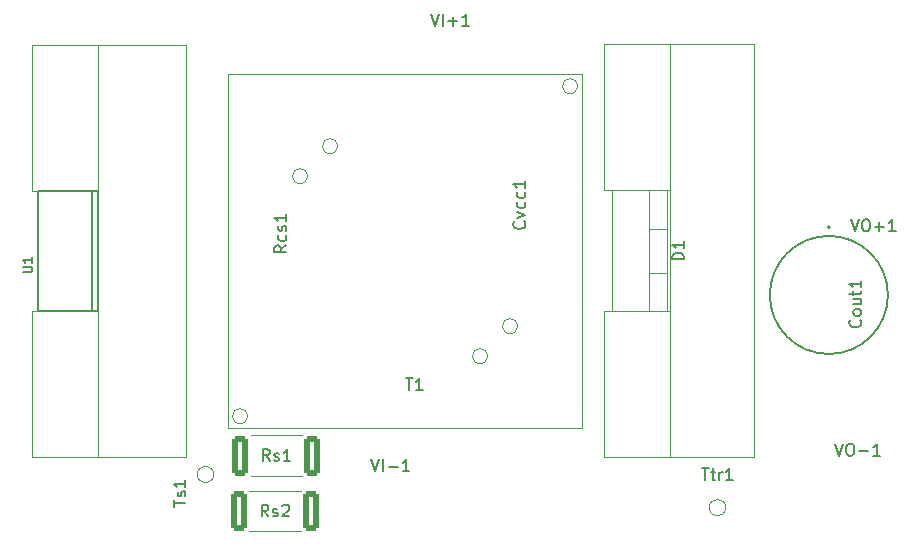
<source format=gto>
G04 #@! TF.GenerationSoftware,KiCad,Pcbnew,(6.0.11)*
G04 #@! TF.CreationDate,2023-06-14T07:53:09+03:00*
G04 #@! TF.ProjectId,flyback_48V_48W,666c7962-6163-46b5-9f34-38565f343857,rev?*
G04 #@! TF.SameCoordinates,Original*
G04 #@! TF.FileFunction,Legend,Top*
G04 #@! TF.FilePolarity,Positive*
%FSLAX46Y46*%
G04 Gerber Fmt 4.6, Leading zero omitted, Abs format (unit mm)*
G04 Created by KiCad (PCBNEW (6.0.11)) date 2023-06-14 07:53:09*
%MOMM*%
%LPD*%
G01*
G04 APERTURE LIST*
G04 Aperture macros list*
%AMRoundRect*
0 Rectangle with rounded corners*
0 $1 Rounding radius*
0 $2 $3 $4 $5 $6 $7 $8 $9 X,Y pos of 4 corners*
0 Add a 4 corners polygon primitive as box body*
4,1,4,$2,$3,$4,$5,$6,$7,$8,$9,$2,$3,0*
0 Add four circle primitives for the rounded corners*
1,1,$1+$1,$2,$3*
1,1,$1+$1,$4,$5*
1,1,$1+$1,$6,$7*
1,1,$1+$1,$8,$9*
0 Add four rect primitives between the rounded corners*
20,1,$1+$1,$2,$3,$4,$5,0*
20,1,$1+$1,$4,$5,$6,$7,0*
20,1,$1+$1,$6,$7,$8,$9,0*
20,1,$1+$1,$8,$9,$2,$3,0*%
G04 Aperture macros list end*
%ADD10C,0.150000*%
%ADD11C,0.127000*%
%ADD12C,0.120000*%
%ADD13C,0.200000*%
%ADD14C,3.800000*%
%ADD15O,3.048000X1.524000*%
%ADD16RoundRect,0.249999X-0.450001X-1.425001X0.450001X-1.425001X0.450001X1.425001X-0.450001X1.425001X0*%
%ADD17R,2.000000X2.000000*%
%ADD18O,2.000000X2.000000*%
%ADD19R,1.200000X1.200000*%
%ADD20C,1.200000*%
%ADD21C,1.524000*%
%ADD22C,1.000000*%
G04 APERTURE END LIST*
D10*
X131429333Y-76922380D02*
X131762666Y-77922380D01*
X132096000Y-76922380D01*
X132429333Y-77922380D02*
X132429333Y-76922380D01*
X132905523Y-77541428D02*
X133667428Y-77541428D01*
X134667428Y-77922380D02*
X134096000Y-77922380D01*
X134381714Y-77922380D02*
X134381714Y-76922380D01*
X134286476Y-77065238D01*
X134191238Y-77160476D01*
X134096000Y-77208095D01*
X101930803Y-61051925D02*
X102568224Y-61051925D01*
X102643215Y-61014430D01*
X102680710Y-60976934D01*
X102718205Y-60901944D01*
X102718205Y-60751962D01*
X102680710Y-60676972D01*
X102643215Y-60639476D01*
X102568224Y-60601981D01*
X101930803Y-60601981D01*
X102718205Y-59814579D02*
X102718205Y-60264523D01*
X102718205Y-60039551D02*
X101930803Y-60039551D01*
X102043289Y-60114542D01*
X102118280Y-60189532D01*
X102155775Y-60264523D01*
X172037619Y-56602380D02*
X172370952Y-57602380D01*
X172704285Y-56602380D01*
X173228095Y-56602380D02*
X173418571Y-56602380D01*
X173513809Y-56650000D01*
X173609047Y-56745238D01*
X173656666Y-56935714D01*
X173656666Y-57269047D01*
X173609047Y-57459523D01*
X173513809Y-57554761D01*
X173418571Y-57602380D01*
X173228095Y-57602380D01*
X173132857Y-57554761D01*
X173037619Y-57459523D01*
X172990000Y-57269047D01*
X172990000Y-56935714D01*
X173037619Y-56745238D01*
X173132857Y-56650000D01*
X173228095Y-56602380D01*
X174085238Y-57221428D02*
X174847142Y-57221428D01*
X174466190Y-57602380D02*
X174466190Y-56840476D01*
X175847142Y-57602380D02*
X175275714Y-57602380D01*
X175561428Y-57602380D02*
X175561428Y-56602380D01*
X175466190Y-56745238D01*
X175370952Y-56840476D01*
X175275714Y-56888095D01*
X122828571Y-77052380D02*
X122495238Y-76576190D01*
X122257142Y-77052380D02*
X122257142Y-76052380D01*
X122638095Y-76052380D01*
X122733333Y-76100000D01*
X122780952Y-76147619D01*
X122828571Y-76242857D01*
X122828571Y-76385714D01*
X122780952Y-76480952D01*
X122733333Y-76528571D01*
X122638095Y-76576190D01*
X122257142Y-76576190D01*
X123209523Y-77004761D02*
X123304761Y-77052380D01*
X123495238Y-77052380D01*
X123590476Y-77004761D01*
X123638095Y-76909523D01*
X123638095Y-76861904D01*
X123590476Y-76766666D01*
X123495238Y-76719047D01*
X123352380Y-76719047D01*
X123257142Y-76671428D01*
X123209523Y-76576190D01*
X123209523Y-76528571D01*
X123257142Y-76433333D01*
X123352380Y-76385714D01*
X123495238Y-76385714D01*
X123590476Y-76433333D01*
X124590476Y-77052380D02*
X124019047Y-77052380D01*
X124304761Y-77052380D02*
X124304761Y-76052380D01*
X124209523Y-76195238D01*
X124114285Y-76290476D01*
X124019047Y-76338095D01*
X157911880Y-59988095D02*
X156911880Y-59988095D01*
X156911880Y-59750000D01*
X156959500Y-59607142D01*
X157054738Y-59511904D01*
X157149976Y-59464285D01*
X157340452Y-59416666D01*
X157483309Y-59416666D01*
X157673785Y-59464285D01*
X157769023Y-59511904D01*
X157864261Y-59607142D01*
X157911880Y-59750000D01*
X157911880Y-59988095D01*
X157911880Y-58464285D02*
X157911880Y-59035714D01*
X157911880Y-58750000D02*
X156911880Y-58750000D01*
X157054738Y-58845238D01*
X157149976Y-58940476D01*
X157197595Y-59035714D01*
X172823142Y-65119142D02*
X172870761Y-65166761D01*
X172918380Y-65309619D01*
X172918380Y-65404857D01*
X172870761Y-65547714D01*
X172775523Y-65642952D01*
X172680285Y-65690571D01*
X172489809Y-65738190D01*
X172346952Y-65738190D01*
X172156476Y-65690571D01*
X172061238Y-65642952D01*
X171966000Y-65547714D01*
X171918380Y-65404857D01*
X171918380Y-65309619D01*
X171966000Y-65166761D01*
X172013619Y-65119142D01*
X172918380Y-64547714D02*
X172870761Y-64642952D01*
X172823142Y-64690571D01*
X172727904Y-64738190D01*
X172442190Y-64738190D01*
X172346952Y-64690571D01*
X172299333Y-64642952D01*
X172251714Y-64547714D01*
X172251714Y-64404857D01*
X172299333Y-64309619D01*
X172346952Y-64262000D01*
X172442190Y-64214380D01*
X172727904Y-64214380D01*
X172823142Y-64262000D01*
X172870761Y-64309619D01*
X172918380Y-64404857D01*
X172918380Y-64547714D01*
X172251714Y-63357238D02*
X172918380Y-63357238D01*
X172251714Y-63785809D02*
X172775523Y-63785809D01*
X172870761Y-63738190D01*
X172918380Y-63642952D01*
X172918380Y-63500095D01*
X172870761Y-63404857D01*
X172823142Y-63357238D01*
X172251714Y-63023904D02*
X172251714Y-62642952D01*
X171918380Y-62881047D02*
X172775523Y-62881047D01*
X172870761Y-62833428D01*
X172918380Y-62738190D01*
X172918380Y-62642952D01*
X172918380Y-61785809D02*
X172918380Y-62357238D01*
X172918380Y-62071523D02*
X171918380Y-62071523D01*
X172061238Y-62166761D01*
X172156476Y-62262000D01*
X172204095Y-62357238D01*
X134366095Y-70064380D02*
X134937523Y-70064380D01*
X134651809Y-71064380D02*
X134651809Y-70064380D01*
X135794666Y-71064380D02*
X135223238Y-71064380D01*
X135508952Y-71064380D02*
X135508952Y-70064380D01*
X135413714Y-70207238D01*
X135318476Y-70302476D01*
X135223238Y-70350095D01*
X170701619Y-75594380D02*
X171034952Y-76594380D01*
X171368285Y-75594380D01*
X171892095Y-75594380D02*
X172082571Y-75594380D01*
X172177809Y-75642000D01*
X172273047Y-75737238D01*
X172320666Y-75927714D01*
X172320666Y-76261047D01*
X172273047Y-76451523D01*
X172177809Y-76546761D01*
X172082571Y-76594380D01*
X171892095Y-76594380D01*
X171796857Y-76546761D01*
X171701619Y-76451523D01*
X171654000Y-76261047D01*
X171654000Y-75927714D01*
X171701619Y-75737238D01*
X171796857Y-75642000D01*
X171892095Y-75594380D01*
X172749238Y-76213428D02*
X173511142Y-76213428D01*
X174511142Y-76594380D02*
X173939714Y-76594380D01*
X174225428Y-76594380D02*
X174225428Y-75594380D01*
X174130190Y-75737238D01*
X174034952Y-75832476D01*
X173939714Y-75880095D01*
X114702380Y-80916666D02*
X114702380Y-80345238D01*
X115702380Y-80630952D02*
X114702380Y-80630952D01*
X115654761Y-80059523D02*
X115702380Y-79964285D01*
X115702380Y-79773809D01*
X115654761Y-79678571D01*
X115559523Y-79630952D01*
X115511904Y-79630952D01*
X115416666Y-79678571D01*
X115369047Y-79773809D01*
X115369047Y-79916666D01*
X115321428Y-80011904D01*
X115226190Y-80059523D01*
X115178571Y-80059523D01*
X115083333Y-80011904D01*
X115035714Y-79916666D01*
X115035714Y-79773809D01*
X115083333Y-79678571D01*
X115702380Y-78678571D02*
X115702380Y-79250000D01*
X115702380Y-78964285D02*
X114702380Y-78964285D01*
X114845238Y-79059523D01*
X114940476Y-79154761D01*
X114988095Y-79250000D01*
X122728571Y-81752380D02*
X122395238Y-81276190D01*
X122157142Y-81752380D02*
X122157142Y-80752380D01*
X122538095Y-80752380D01*
X122633333Y-80800000D01*
X122680952Y-80847619D01*
X122728571Y-80942857D01*
X122728571Y-81085714D01*
X122680952Y-81180952D01*
X122633333Y-81228571D01*
X122538095Y-81276190D01*
X122157142Y-81276190D01*
X123109523Y-81704761D02*
X123204761Y-81752380D01*
X123395238Y-81752380D01*
X123490476Y-81704761D01*
X123538095Y-81609523D01*
X123538095Y-81561904D01*
X123490476Y-81466666D01*
X123395238Y-81419047D01*
X123252380Y-81419047D01*
X123157142Y-81371428D01*
X123109523Y-81276190D01*
X123109523Y-81228571D01*
X123157142Y-81133333D01*
X123252380Y-81085714D01*
X123395238Y-81085714D01*
X123490476Y-81133333D01*
X123919047Y-80847619D02*
X123966666Y-80800000D01*
X124061904Y-80752380D01*
X124300000Y-80752380D01*
X124395238Y-80800000D01*
X124442857Y-80847619D01*
X124490476Y-80942857D01*
X124490476Y-81038095D01*
X124442857Y-81180952D01*
X123871428Y-81752380D01*
X124490476Y-81752380D01*
X159424857Y-77684380D02*
X159996285Y-77684380D01*
X159710571Y-78684380D02*
X159710571Y-77684380D01*
X160186761Y-78017714D02*
X160567714Y-78017714D01*
X160329619Y-77684380D02*
X160329619Y-78541523D01*
X160377238Y-78636761D01*
X160472476Y-78684380D01*
X160567714Y-78684380D01*
X160901047Y-78684380D02*
X160901047Y-78017714D01*
X160901047Y-78208190D02*
X160948666Y-78112952D01*
X160996285Y-78065333D01*
X161091523Y-78017714D01*
X161186761Y-78017714D01*
X162043904Y-78684380D02*
X161472476Y-78684380D01*
X161758190Y-78684380D02*
X161758190Y-77684380D01*
X161662952Y-77827238D01*
X161567714Y-77922476D01*
X161472476Y-77970095D01*
X136489333Y-39208380D02*
X136822666Y-40208380D01*
X137156000Y-39208380D01*
X137489333Y-40208380D02*
X137489333Y-39208380D01*
X137965523Y-39827428D02*
X138727428Y-39827428D01*
X138346476Y-40208380D02*
X138346476Y-39446476D01*
X139727428Y-40208380D02*
X139156000Y-40208380D01*
X139441714Y-40208380D02*
X139441714Y-39208380D01*
X139346476Y-39351238D01*
X139251238Y-39446476D01*
X139156000Y-39494095D01*
X144375142Y-56776761D02*
X144422761Y-56824380D01*
X144470380Y-56967238D01*
X144470380Y-57062476D01*
X144422761Y-57205333D01*
X144327523Y-57300571D01*
X144232285Y-57348190D01*
X144041809Y-57395809D01*
X143898952Y-57395809D01*
X143708476Y-57348190D01*
X143613238Y-57300571D01*
X143518000Y-57205333D01*
X143470380Y-57062476D01*
X143470380Y-56967238D01*
X143518000Y-56824380D01*
X143565619Y-56776761D01*
X143803714Y-56443428D02*
X144470380Y-56205333D01*
X143803714Y-55967238D01*
X144422761Y-55157714D02*
X144470380Y-55252952D01*
X144470380Y-55443428D01*
X144422761Y-55538666D01*
X144375142Y-55586285D01*
X144279904Y-55633904D01*
X143994190Y-55633904D01*
X143898952Y-55586285D01*
X143851333Y-55538666D01*
X143803714Y-55443428D01*
X143803714Y-55252952D01*
X143851333Y-55157714D01*
X144422761Y-54300571D02*
X144470380Y-54395809D01*
X144470380Y-54586285D01*
X144422761Y-54681523D01*
X144375142Y-54729142D01*
X144279904Y-54776761D01*
X143994190Y-54776761D01*
X143898952Y-54729142D01*
X143851333Y-54681523D01*
X143803714Y-54586285D01*
X143803714Y-54395809D01*
X143851333Y-54300571D01*
X144470380Y-53348190D02*
X144470380Y-53919619D01*
X144470380Y-53633904D02*
X143470380Y-53633904D01*
X143613238Y-53729142D01*
X143708476Y-53824380D01*
X143756095Y-53919619D01*
X124236380Y-58804000D02*
X123760190Y-59137333D01*
X124236380Y-59375428D02*
X123236380Y-59375428D01*
X123236380Y-58994476D01*
X123284000Y-58899238D01*
X123331619Y-58851619D01*
X123426857Y-58804000D01*
X123569714Y-58804000D01*
X123664952Y-58851619D01*
X123712571Y-58899238D01*
X123760190Y-58994476D01*
X123760190Y-59375428D01*
X124188761Y-57946857D02*
X124236380Y-58042095D01*
X124236380Y-58232571D01*
X124188761Y-58327809D01*
X124141142Y-58375428D01*
X124045904Y-58423047D01*
X123760190Y-58423047D01*
X123664952Y-58375428D01*
X123617333Y-58327809D01*
X123569714Y-58232571D01*
X123569714Y-58042095D01*
X123617333Y-57946857D01*
X124188761Y-57565904D02*
X124236380Y-57470666D01*
X124236380Y-57280190D01*
X124188761Y-57184952D01*
X124093523Y-57137333D01*
X124045904Y-57137333D01*
X123950666Y-57184952D01*
X123903047Y-57280190D01*
X123903047Y-57423047D01*
X123855428Y-57518285D01*
X123760190Y-57565904D01*
X123712571Y-57565904D01*
X123617333Y-57518285D01*
X123569714Y-57423047D01*
X123569714Y-57280190D01*
X123617333Y-57184952D01*
X124236380Y-56184952D02*
X124236380Y-56756380D01*
X124236380Y-56470666D02*
X123236380Y-56470666D01*
X123379238Y-56565904D01*
X123474476Y-56661142D01*
X123522095Y-56756380D01*
D11*
X107757000Y-54220000D02*
X108265000Y-54220000D01*
X108265000Y-64380000D02*
X107757000Y-64380000D01*
X103185000Y-54220000D02*
X107757000Y-54220000D01*
X108265000Y-54220000D02*
X108265000Y-64380000D01*
X107757000Y-64380000D02*
X103185000Y-64380000D01*
X107757000Y-54220000D02*
X107757000Y-64380000D01*
X103185000Y-64380000D02*
X103185000Y-54220000D01*
D12*
X108265000Y-41840000D02*
X115725000Y-41840000D01*
X115725000Y-41840000D02*
X115725000Y-76760000D01*
X115725000Y-76760000D02*
X108265000Y-76760000D01*
X108265000Y-76760000D02*
X108265000Y-41840000D01*
X108265000Y-64380000D02*
X102675000Y-64380000D01*
X102675000Y-64380000D02*
X102675000Y-76760000D01*
X102675000Y-76760000D02*
X108265000Y-76760000D01*
X108265000Y-76760000D02*
X108265000Y-64380000D01*
X108265000Y-41840000D02*
X102675000Y-41840000D01*
X102675000Y-41840000D02*
X102675000Y-54220000D01*
X102675000Y-54220000D02*
X108265000Y-54220000D01*
X108265000Y-54220000D02*
X108265000Y-41840000D01*
X121222936Y-78310000D02*
X125577064Y-78310000D01*
X121222936Y-74890000D02*
X125577064Y-74890000D01*
X154949500Y-54130000D02*
X154949500Y-64370000D01*
X156459500Y-54130000D02*
X156459500Y-64370000D01*
X156459500Y-57400000D02*
X154949500Y-57400000D01*
X156459500Y-64370000D02*
X151818500Y-64370000D01*
X151818500Y-54130000D02*
X151818500Y-64370000D01*
X156459500Y-61101000D02*
X154949500Y-61101000D01*
X156459500Y-54130000D02*
X151818500Y-54130000D01*
X163852500Y-41790000D02*
X156713500Y-41790000D01*
X156713500Y-41790000D02*
X156713500Y-76710000D01*
X156713500Y-76710000D02*
X163852500Y-76710000D01*
X163852500Y-76710000D02*
X163852500Y-41790000D01*
X156713500Y-76710000D02*
X151147500Y-76710000D01*
X151147500Y-76710000D02*
X151147500Y-64330000D01*
X151147500Y-64330000D02*
X156713500Y-64330000D01*
X156713500Y-64330000D02*
X156713500Y-76710000D01*
X156713500Y-41790000D02*
X151147500Y-41790000D01*
X151147500Y-41790000D02*
X151147500Y-54130000D01*
X151147500Y-54130000D02*
X156713500Y-54130000D01*
X156713500Y-54130000D02*
X156713500Y-41790000D01*
D13*
X170280000Y-57250000D02*
G75*
G03*
X170280000Y-57250000I-100000J0D01*
G01*
D11*
X175180000Y-63000000D02*
G75*
G03*
X175180000Y-63000000I-5000000J0D01*
G01*
D12*
X149286000Y-74286000D02*
X149286000Y-44314000D01*
X119314000Y-74286000D02*
X149286000Y-74286000D01*
X119314000Y-74286000D02*
X119314000Y-44314000D01*
X119314000Y-44314000D02*
X149286000Y-44314000D01*
X120980000Y-73270000D02*
G75*
G03*
X120980000Y-73270000I-650000J0D01*
G01*
X126060000Y-52950000D02*
G75*
G03*
X126060000Y-52950000I-650000J0D01*
G01*
X148920000Y-45330000D02*
G75*
G03*
X148920000Y-45330000I-650000J0D01*
G01*
X123520000Y-45330000D02*
G75*
G03*
X123520000Y-45330000I-650000J0D01*
G01*
X148920000Y-65650000D02*
G75*
G03*
X148920000Y-65650000I-650000J0D01*
G01*
X148920000Y-70730000D02*
G75*
G03*
X148920000Y-70730000I-650000J0D01*
G01*
X141300000Y-68190000D02*
G75*
G03*
X141300000Y-68190000I-650000J0D01*
G01*
X143840000Y-65650000D02*
G75*
G03*
X143840000Y-65650000I-650000J0D01*
G01*
X120980000Y-52950000D02*
G75*
G03*
X120980000Y-52950000I-650000J0D01*
G01*
X146380000Y-73270000D02*
G75*
G03*
X146380000Y-73270000I-650000J0D01*
G01*
X120980000Y-47870000D02*
G75*
G03*
X120980000Y-47870000I-650000J0D01*
G01*
X141300000Y-73270000D02*
G75*
G03*
X141300000Y-73270000I-650000J0D01*
G01*
X128600000Y-50410000D02*
G75*
G03*
X128600000Y-50410000I-650000J0D01*
G01*
X128600000Y-45330000D02*
G75*
G03*
X128600000Y-45330000I-650000J0D01*
G01*
X118100000Y-78200000D02*
G75*
G03*
X118100000Y-78200000I-700000J0D01*
G01*
X121122936Y-83010000D02*
X125477064Y-83010000D01*
X121122936Y-79590000D02*
X125477064Y-79590000D01*
X161450000Y-81000000D02*
G75*
G03*
X161450000Y-81000000I-700000J0D01*
G01*
%LPC*%
D14*
X133350000Y-81280000D03*
D15*
X105725000Y-59300000D03*
X105725000Y-56760000D03*
X105725000Y-61840000D03*
D14*
X172466000Y-53848000D03*
D16*
X120350000Y-76600000D03*
X126450000Y-76600000D03*
D17*
X153189500Y-56710000D03*
D18*
X153189500Y-61790000D03*
D19*
X170180000Y-60500000D03*
D20*
X170180000Y-65500000D03*
D21*
X127950000Y-45330000D03*
X122870000Y-45330000D03*
X120330000Y-47870000D03*
X120330000Y-52950000D03*
X140650000Y-73270000D03*
X145730000Y-73270000D03*
X148270000Y-70730000D03*
X148270000Y-65650000D03*
D14*
X172466000Y-72136000D03*
D22*
X117400000Y-78200000D03*
D16*
X120250000Y-81300000D03*
X126350000Y-81300000D03*
D22*
X160750000Y-81000000D03*
D14*
X133350000Y-39878000D03*
D22*
X171750000Y-48750000D03*
X166000000Y-39500000D03*
X156500000Y-39000000D03*
X117602000Y-53086000D03*
M02*

</source>
